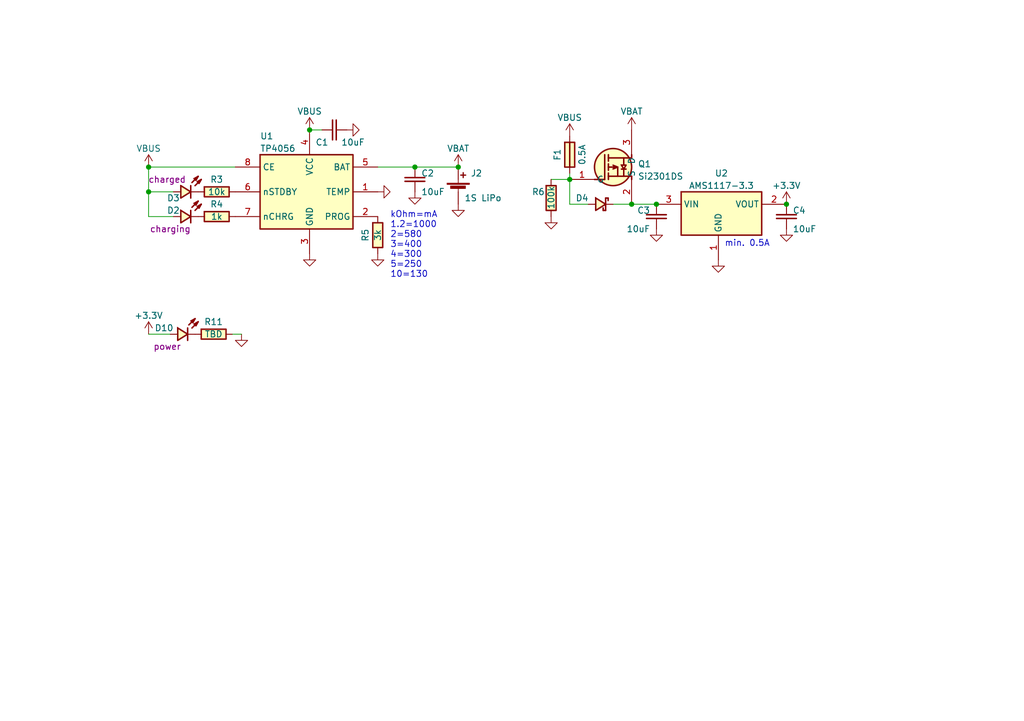
<source format=kicad_sch>
(kicad_sch (version 20230121) (generator eeschema)
  (paper "A5")
  (title_block (title "rSIM") (date "$date$") (rev "$version$.$revision$") (company "CuVoodoo") (comment 1 "King Kévin") (comment 2 "CERN-OHL-S") (comment 3 "power"))
  (lib_symbols
    (symbol "Device:Battery_Cell" (pin_numbers hide) (pin_names (offset 0) hide)
      (property "Reference" "BT" (at 2.54 2.54 0))
      (property "Value" "Battery_Cell" (at 2.54 0 0))
      (symbol "Battery_Cell_0_1"
        (rectangle (start -2.286 1.778) (end 2.286 1.524) (fill (type outline)))
        (rectangle (start -1.5748 1.1938) (end 1.4732 0.6858) (fill (type outline)))
        (polyline (pts (xy 0 0.762) (xy 0 0)))
        (polyline (pts (xy 0 1.778) (xy 0 2.54)))
        (polyline (pts (xy 0.508 3.429) (xy 1.524 3.429)) (stroke (width 0.254)))
        (polyline (pts (xy 1.016 3.937) (xy 1.016 2.921)) (stroke (width 0.254)))
      )
      (symbol "Battery_Cell_1_1"
        (pin passive line (at 0 5.08 270) (length 2.54) (name "+") (number "1"))
        (pin passive line (at 0 -2.54 90) (length 2.54) (name "-") (number "2"))
      )
    )
    (symbol "LED/LED0805_1" (pin_numbers hide) (pin_names hide)
      (property "Reference" "D" (at 0 2.032 0))
      (property "Value" "LED0805" (at 0 -2.032 0))
      (symbol "LED/LED0805_1_1_1"
        (polyline (pts (xy 1.016 1.27) (xy 1.016 -1.27)) (stroke (width 0.305)))
        (polyline (pts (xy 1.27 1.905) (xy 2.54 3.175)) (stroke (width 0.305)))
        (polyline (pts (xy 1.905 1.27) (xy 3.175 2.54)) (stroke (width 0.305)))
        (polyline (pts (xy -1.016 1.27) (xy 1.016 0) (xy -1.016 -1.27) (xy -1.016 1.27)) (stroke (width 0.305)) (fill (type background)))
        (polyline (pts (xy 1.725 2.72) (xy 2.54 3.175) (xy 2.085 2.36) (xy 1.725 2.72)) (stroke (width 0.305)) (fill (type outline)))
        (polyline (pts (xy 2.36 2.085) (xy 3.175 2.54) (xy 2.72 1.725) (xy 2.36 2.085)) (stroke (width 0.305)) (fill (type outline)))
        (pin passive line (at 2.54 0 180) (length 1.524) (name "C") (number "1"))
        (pin passive line (at -2.54 0 0) (length 1.524) (name "A") (number "2"))
      )
    )
    (symbol "VCC_1" (power) (pin_names (offset 0))
      (property "Value" "VCC_1" (at 0 3.81 0))
      (symbol "VCC_1_0_1"
        (polyline (pts (xy -0.762 1.27) (xy 0 2.54)))
        (polyline (pts (xy 0 0) (xy 0 2.54)))
        (polyline (pts (xy 0 2.54) (xy 0.762 1.27)))
      )
      (symbol "VCC_1_1_1"
        (pin power_in line (at 0 0 90) (length 0) hide (name "VBAT") (number "1"))
      )
    )
    (symbol "VCC_2" (power) (pin_names (offset 0))
      (property "Value" "VCC_2" (at 0 3.81 0))
      (symbol "VCC_2_0_1"
        (polyline (pts (xy -0.762 1.27) (xy 0 2.54)))
        (polyline (pts (xy 0 0) (xy 0 2.54)))
        (polyline (pts (xy 0 2.54) (xy 0.762 1.27)))
      )
      (symbol "VCC_2_1_1"
        (pin power_in line (at 0 0 90) (length 0) hide (name "VBUS") (number "1"))
      )
    )
    (symbol "capacitor/C0603 10uF_1" (pin_numbers hide) (pin_names hide)
      (property "Reference" "C" (at 0 2.794 0))
      (property "Value" "C0603" (at 0 -2.794 0))
      (symbol "capacitor/C0603 10uF_1_1_1"
        (polyline (pts (xy -0.381 2.032) (xy -0.381 -2.032)) (stroke (width 0.305)))
        (polyline (pts (xy 0.381 2.032) (xy 0.381 -2.032)) (stroke (width 0.305)))
        (pin passive line (at -2.54 0 0) (length 2.159) (name "L") (number "1"))
        (pin passive line (at 2.54 0 180) (length 2.159) (name "R") (number "2"))
      )
    )
    (symbol "capacitor/C0603 10uF_2" (pin_numbers hide) (pin_names hide)
      (property "Reference" "C" (at 0 2.794 0))
      (property "Value" "C0603" (at 0 -2.794 0))
      (symbol "capacitor/C0603 10uF_2_1_1"
        (polyline (pts (xy -0.381 2.032) (xy -0.381 -2.032)) (stroke (width 0.305)))
        (polyline (pts (xy 0.381 2.032) (xy 0.381 -2.032)) (stroke (width 0.305)))
        (pin passive line (at -2.54 0 0) (length 2.159) (name "L") (number "1"))
        (pin passive line (at 2.54 0 180) (length 2.159) (name "R") (number "2"))
      )
    )
    (symbol "capacitor/C0603 10uF_3" (pin_numbers hide) (pin_names hide)
      (property "Reference" "C" (at 0 2.794 0))
      (property "Value" "C0603" (at 0 -2.794 0))
      (symbol "capacitor/C0603 10uF_3_1_1"
        (polyline (pts (xy -0.381 2.032) (xy -0.381 -2.032)) (stroke (width 0.305)))
        (polyline (pts (xy 0.381 2.032) (xy 0.381 -2.032)) (stroke (width 0.305)))
        (pin passive line (at -2.54 0 0) (length 2.159) (name "L") (number "1"))
        (pin passive line (at 2.54 0 180) (length 2.159) (name "R") (number "2"))
      )
    )
    (symbol "partdb:LDO/AMS1117-3.3V"
      (property "Reference" "U" (at 8.255 0.762 0))
      (property "Value" "AMS1117" (at 8.382 -9.652 0))
      (symbol "LDO/AMS1117-3.3V_1_1"
        (rectangle (start 0 0) (end 16.51 -8.89) (stroke (width 0.305)) (fill (type background)))
        (pin power_in line (at 7.62 -13.97 90) (length 5.08) (name "GND") (number "1"))
        (pin unspecified line (at 21.59 -2.54 180) (length 5.08) (name "VOUT") (number "2"))
        (pin power_in line (at -5.08 -2.54 0) (length 5.08) (name "VIN") (number "3"))
      )
    )
    (symbol "partdb:LED/LED0805" (pin_numbers hide) (pin_names hide)
      (property "Reference" "D" (at 0 2.032 0))
      (property "Value" "LED0805" (at 0 -2.032 0))
      (symbol "LED/LED0805_1_1"
        (polyline (pts (xy 1.016 1.27) (xy 1.016 -1.27)) (stroke (width 0.305)))
        (polyline (pts (xy 1.27 1.905) (xy 2.54 3.175)) (stroke (width 0.305)))
        (polyline (pts (xy 1.905 1.27) (xy 3.175 2.54)) (stroke (width 0.305)))
        (polyline (pts (xy -1.016 1.27) (xy 1.016 0) (xy -1.016 -1.27) (xy -1.016 1.27)) (stroke (width 0.305)) (fill (type background)))
        (polyline (pts (xy 1.725 2.72) (xy 2.54 3.175) (xy 2.085 2.36) (xy 1.725 2.72)) (stroke (width 0.305)) (fill (type outline)))
        (polyline (pts (xy 2.36 2.085) (xy 3.175 2.54) (xy 2.72 1.725) (xy 2.36 2.085)) (stroke (width 0.305)) (fill (type outline)))
        (pin passive line (at 2.54 0 180) (length 1.524) (name "C") (number "1"))
        (pin passive line (at -2.54 0 0) (length 1.524) (name "A") (number "2"))
      )
    )
    (symbol "partdb:LED/SZYY0805G" (pin_numbers hide) (pin_names hide)
      (property "Reference" "D" (at 0 2.032 0))
      (property "Value" "LED0805" (at 0 -2.032 0))
      (symbol "LED/SZYY0805G_1_1"
        (polyline (pts (xy 1.016 1.27) (xy 1.016 -1.27)) (stroke (width 0.305)))
        (polyline (pts (xy 1.27 1.905) (xy 2.54 3.175)) (stroke (width 0.305)))
        (polyline (pts (xy 1.905 1.27) (xy 3.175 2.54)) (stroke (width 0.305)))
        (polyline (pts (xy -1.016 1.27) (xy 1.016 0) (xy -1.016 -1.27) (xy -1.016 1.27)) (stroke (width 0.305)) (fill (type background)))
        (polyline (pts (xy 1.725 2.72) (xy 2.54 3.175) (xy 2.085 2.36) (xy 1.725 2.72)) (stroke (width 0.305)) (fill (type outline)))
        (polyline (pts (xy 2.36 2.085) (xy 3.175 2.54) (xy 2.72 1.725) (xy 2.36 2.085)) (stroke (width 0.305)) (fill (type outline)))
        (pin passive line (at 2.54 0 180) (length 1.524) (name "C") (number "1"))
        (pin passive line (at -2.54 0 0) (length 1.524) (name "A") (number "2"))
      )
    )
    (symbol "partdb:capacitor/C0603 10uF" (pin_numbers hide) (pin_names hide)
      (property "Reference" "C" (at 0 2.794 0))
      (property "Value" "C0603" (at 0 -2.794 0))
      (symbol "capacitor/C0603 10uF_1_1"
        (polyline (pts (xy -0.381 2.032) (xy -0.381 -2.032)) (stroke (width 0.305)))
        (polyline (pts (xy 0.381 2.032) (xy 0.381 -2.032)) (stroke (width 0.305)))
        (pin passive line (at -2.54 0 0) (length 2.159) (name "L") (number "1"))
        (pin passive line (at 2.54 0 180) (length 2.159) (name "R") (number "2"))
      )
    )
    (symbol "partdb:charger/TP4056"
      (property "Reference" "U" (at 0 0.762 0))
      (property "Value" "TP4056" (at 10.922 -16.002 0))
      (symbol "charger/TP4056_1_1"
        (rectangle (start 0 0) (end 19.05 -15.24) (stroke (width 0.305)) (fill (type background)))
        (pin unspecified line (at 24.13 -7.62 180) (length 5.08) (name "TEMP") (number "1"))
        (pin unspecified line (at 24.13 -12.7 180) (length 5.08) (name "PROG") (number "2"))
        (pin unspecified line (at 10.16 -20.32 90) (length 5.08) (name "GND") (number "3"))
        (pin unspecified line (at 10.16 5.08 270) (length 5.08) (name "VCC") (number "4"))
        (pin unspecified line (at 24.13 -2.54 180) (length 5.08) (name "BAT") (number "5"))
        (pin unspecified line (at -5.08 -7.62 0) (length 5.08) (name "nSTDBY") (number "6"))
        (pin unspecified line (at -5.08 -12.7 0) (length 5.08) (name "nCHRG") (number "7"))
        (pin unspecified line (at -5.08 -2.54 0) (length 5.08) (name "CE") (number "8"))
      )
    )
    (symbol "partdb:diode/SS14F" (pin_numbers hide) (pin_names hide)
      (property "Reference" "D" (at 0 2.032 0))
      (property "Value" "SCHOTTKY" (at 0 -2.032 0))
      (symbol "diode/SS14F_1_1"
        (polyline (pts (xy 0.508 -1.27) (xy 0.508 -0.762)) (stroke (width 0.305)))
        (polyline (pts (xy 1.016 -1.27) (xy 0.508 -1.27)) (stroke (width 0.305)))
        (polyline (pts (xy 1.016 1.27) (xy 1.016 -1.27)) (stroke (width 0.305)))
        (polyline (pts (xy 1.016 1.27) (xy 1.524 1.27)) (stroke (width 0.305)))
        (polyline (pts (xy 1.524 1.27) (xy 1.524 0.762)) (stroke (width 0.305)))
        (polyline (pts (xy -1.016 1.27) (xy 1.016 0) (xy -1.016 -1.27) (xy -1.016 1.27)) (stroke (width 0.305)) (fill (type background)))
        (pin passive line (at 2.54 0 180) (length 1.524) (name "C") (number "1"))
        (pin passive line (at -2.54 0 0) (length 1.524) (name "A") (number "2"))
      )
    )
    (symbol "partdb:fuse/PPTC 0.5A" (pin_numbers hide) (pin_names hide)
      (property "Reference" "F" (at 0 1.778 0))
      (property "Value" "1206SFH" (at 0 -1.778 0))
      (symbol "fuse/PPTC 0.5A_1_1"
        (rectangle (start -2.54 1.016) (end 2.54 -1.016) (stroke (width 0.305)) (fill (type background)))
        (polyline (pts (xy -2.54 0) (xy 2.54 0)) (stroke (width 0.305)))
        (pin passive line (at -3.81 0 0) (length 1.27) (name "L") (number "1"))
        (pin passive line (at 3.81 0 180) (length 1.27) (name "R") (number "2"))
      )
    )
    (symbol "partdb:pMOS/SI2301CDS-T1-GE3"
      (property "Reference" "VT" (at 1.778 4.572 0))
      (property "Value" "Si2301DS" (at 1.778 -4.572 0))
      (symbol "pMOS/SI2301CDS-T1-GE3_1_1"
        (polyline (pts (xy -3.81 -2.54) (xy -1.715 -2.54)) (stroke (width 0.305)))
        (polyline (pts (xy -1.715 2.54) (xy -1.715 -2.54)) (stroke (width 0.305)))
        (polyline (pts (xy -0.953 -1.881) (xy 3.81 -1.881)) (stroke (width 0.305)))
        (polyline (pts (xy -0.953 -1.223) (xy -0.953 -2.54)) (stroke (width 0.305)))
        (polyline (pts (xy -0.953 0) (xy 0.953 0)) (stroke (width 0.305)))
        (polyline (pts (xy -0.953 0.659) (xy -0.953 -0.659)) (stroke (width 0.305)))
        (polyline (pts (xy -0.953 1.881) (xy 3.81 1.881)) (stroke (width 0.305)))
        (polyline (pts (xy -0.953 2.54) (xy -0.953 1.223)) (stroke (width 0.305)))
        (polyline (pts (xy 0.953 0) (xy 0.953 -1.881)) (stroke (width 0.305)))
        (polyline (pts (xy 1.715 -0.412) (xy 2.667 -0.412)) (stroke (width 0.305)))
        (polyline (pts (xy 2.191 -0.412) (xy 2.191 -1.881)) (stroke (width 0.305)))
        (polyline (pts (xy 2.191 1.881) (xy 2.191 0.412)) (stroke (width 0.305)))
        (polyline (pts (xy 3.81 -1.881) (xy 3.81 -2.54)) (stroke (width 0.305)))
        (polyline (pts (xy 3.81 1.881) (xy 3.81 2.54)) (stroke (width 0.305)))
        (polyline (pts (xy 0 0.381) (xy 0.953 0) (xy 0 -0.381)) (stroke (width 0.305)) (fill (type outline)))
        (polyline (pts (xy 1.715 0.412) (xy 2.667 0.412) (xy 2.191 -0.412) (xy 1.715 0.412)) (stroke (width 0.305)))
        (circle (center 0 0) (radius 3.81) (stroke (width 0.305)) (fill (type background)))
        (pin input line (at -8.89 -2.54 0) (length 5.08) (name "G") (number "1"))
        (pin passive line (at 3.81 -7.62 90) (length 5.08) (name "S") (number "2"))
        (pin passive line (at 3.81 7.62 270) (length 5.08) (name "D") (number "3"))
      )
    )
    (symbol "partdb:resistor/0603WAF3001T5E" (pin_numbers hide) (pin_names hide)
      (property "Reference" "R" (at 0 1.778 0))
      (property "Value" "R0603" (at 0 -1.778 0))
      (symbol "resistor/0603WAF3001T5E_1_1"
        (rectangle (start -2.54 1.016) (end 2.54 -1.016) (stroke (width 0.305)) (fill (type background)))
        (pin passive line (at -3.81 0 0) (length 1.27) (name "L") (number "1"))
        (pin passive line (at 3.81 0 180) (length 1.27) (name "R") (number "2"))
      )
    )
    (symbol "partdb:resistor/R0603 100K" (pin_numbers hide) (pin_names hide)
      (property "Reference" "R" (at 0 1.778 0))
      (property "Value" "R0603" (at 0 -1.778 0))
      (symbol "resistor/R0603 100K_1_1"
        (rectangle (start -2.54 1.016) (end 2.54 -1.016) (stroke (width 0.305)) (fill (type background)))
        (pin passive line (at -3.81 0 0) (length 1.27) (name "L") (number "1"))
        (pin passive line (at 3.81 0 180) (length 1.27) (name "R") (number "2"))
      )
    )
    (symbol "partdb:resistor/R0603 10K" (pin_numbers hide) (pin_names hide)
      (property "Reference" "R" (at 0 1.778 0))
      (property "Value" "R0603" (at 0 -1.778 0))
      (symbol "resistor/R0603 10K_1_1"
        (rectangle (start -2.54 1.016) (end 2.54 -1.016) (stroke (width 0.305)) (fill (type background)))
        (pin passive line (at -3.81 0 0) (length 1.27) (name "L") (number "1"))
        (pin passive line (at 3.81 0 180) (length 1.27) (name "R") (number "2"))
      )
    )
    (symbol "partdb:resistor/R0603 1K" (pin_numbers hide) (pin_names hide)
      (property "Reference" "R" (at 0 1.778 0))
      (property "Value" "R0603" (at 0 -1.778 0))
      (symbol "resistor/R0603 1K_1_1"
        (rectangle (start -2.54 1.016) (end 2.54 -1.016) (stroke (width 0.305)) (fill (type background)))
        (pin passive line (at -3.81 0 0) (length 1.27) (name "L") (number "1"))
        (pin passive line (at 3.81 0 180) (length 1.27) (name "R") (number "2"))
      )
    )
    (symbol "power:+3.3V" (power) (pin_names (offset 0))
      (property "Value" "+3.3V" (at 0 3.556 0))
      (symbol "+3.3V_0_1"
        (polyline (pts (xy -0.762 1.27) (xy 0 2.54)))
        (polyline (pts (xy 0 0) (xy 0 2.54)))
        (polyline (pts (xy 0 2.54) (xy 0.762 1.27)))
      )
      (symbol "+3.3V_1_1"
        (pin power_in line (at 0 0 90) (length 0) hide (name "+3.3V") (number "1"))
      )
    )
    (symbol "power:GND" (power) (pin_names (offset 0))
      (property "Value" "GND" (at 0 -3.81 0))
      (symbol "GND_0_1"
        (polyline (pts (xy 0 0) (xy 0 -1.27) (xy 1.27 -1.27) (xy 0 -2.54) (xy -1.27 -1.27) (xy 0 -1.27)))
      )
      (symbol "GND_1_1"
        (pin power_in line (at 0 0 270) (length 0) hide (name "GND") (number "1"))
      )
    )
    (symbol "resistor/R0603 1K_1" (pin_numbers hide) (pin_names hide)
      (property "Reference" "R" (at 0 1.778 0))
      (property "Value" "R0603" (at 0 -1.778 0))
      (symbol "resistor/R0603 1K_1_1_1"
        (rectangle (start -2.54 1.016) (end 2.54 -1.016) (stroke (width 0.305)) (fill (type background)))
        (pin passive line (at -3.81 0 0) (length 1.27) (name "L") (number "1"))
        (pin passive line (at 3.81 0 180) (length 1.27) (name "R") (number "2"))
      )
    )
  )
  (junction (at 134.62 41.91))
  (junction (at 30.48 34.29))
  (junction (at 129.54 41.91))
  (junction (at 85.09 34.29))
  (junction (at 30.48 39.37))
  (junction (at 93.98 34.29))
  (junction (at 116.84 36.83))
  (junction (at 161.29 41.91))
  (junction (at 63.5 26.67))
  (wire (pts (xy 30.48 68.58) (xy 34.925 68.58)))
  (wire (pts (xy 30.48 39.37) (xy 30.48 34.29)))
  (wire (pts (xy 116.84 35.56) (xy 116.84 36.83)))
  (wire (pts (xy 30.48 34.29) (xy 48.26 34.29)))
  (wire (pts (xy 125.73 41.91) (xy 129.54 41.91)))
  (wire (pts (xy 113.03 36.83) (xy 116.84 36.83)))
  (wire (pts (xy 116.84 36.83) (xy 116.84 41.91)))
  (wire (pts (xy 30.48 44.45) (xy 30.48 39.37)))
  (wire (pts (xy 129.54 41.91) (xy 134.62 41.91)))
  (wire (pts (xy 116.84 41.91) (xy 120.65 41.91)))
  (wire (pts (xy 85.09 34.29) (xy 93.98 34.29)))
  (wire (pts (xy 30.48 39.37) (xy 35.56 39.37)))
  (wire (pts (xy 77.47 34.29) (xy 85.09 34.29)))
  (wire (pts (xy 35.56 44.45) (xy 30.48 44.45)))
  (wire (pts (xy 49.53 68.58) (xy 47.625 68.58)))
  (wire (pts (xy 66.04 26.67) (xy 63.5 26.67)))
  (text "kOhm=mA\n1.2=1000\n2=580\n3=400\n4=300\n5=250\n10=130" (at 80.01 57.15 0) (effects (font (size 1.27 1.27)) (justify left bottom)))
  (text "min. 0.5A" (at 148.59 50.8 0) (effects (font (size 1.27 1.27)) (justify left bottom)))
  (symbol (lib_id "power:GND") (at 49.53 68.58 0) (unit 1)
    (property "Reference" "#PWR088" (effects hide))
    (property "Value" "GND" (effects hide))
    (instances (project "rsim" (path "" (reference "#PWR088") (unit 1)) (path "" (reference "#PWR015") (unit 1))))
  )
  (symbol (lib_id "power:GND") (at 147.32 53.34 0) (unit 1)
    (property "Reference" "#PWR021" (effects hide))
    (property "Value" "GND" (effects hide))
    (instances (project "rsim" (path "" (reference "#PWR021") (unit 1)) (path "" (reference "#PWR028") (unit 1))))
  )
  (symbol (lib_id "power:+3.3V") (at 161.29 41.91 0) (unit 1)
    (property "Reference" "#PWR023" (effects hide))
    (property "Value" "+3.3V" (at 161.29 38.1 0))
    (instances (project "rsim" (path "" (reference "#PWR023") (unit 1)) (path "" (reference "#PWR029") (unit 1))))
  )
  (symbol (lib_name "VCC_1") (lib_id "power:VCC") (at 129.54 26.67 0) (unit 1)
    (property "Reference" "#PWR04" (effects hide))
    (property "Value" "VBAT" (at 129.54 22.86 0))
    (instances (project "rsim" (path "" (reference "#PWR04") (unit 1)) (path "" (reference "#PWR026") (unit 1))))
  )
  (symbol (lib_id "partdb:LED/LED0805") (at 37.465 68.58 0) (unit 1)
    (property "Reference" "D10" (at 33.655 67.31 0))
    (property "Value" "RED" (effects hide))
    (property "Footprint" "qeda:UPC2012X80N" (effects hide))
    (property "Datasheet" "diode, LED, chip, 2.0x1.2 mm" (effects hide))
    (property "qeda_part" "diode/led0805" (effects hide))
    (property "JLCPCB_CORRECTION" "0;0;-90" (effects hide))
    (property "name" "power" (at 34.29 71.12 0))
    (property "Description" "LED 0805" (effects hide))
    (instances (project "rsim" (path "" (reference "D10") (unit 1)) (path "" (reference "D3") (unit 1))))
  )
  (symbol (lib_id "partdb:LED/SZYY0805G") (at 38.1 39.37 0) (unit 1)
    (property "Reference" "D3" (at 35.56 40.64 0))
    (property "Value" "GREEN" (effects hide))
    (property "Footprint" "qeda:UPC2012X80N" (effects hide))
    (property "Datasheet" "diode, LED, chip, 2.0x1.2 mm" (effects hide))
    (property "qeda_part" "diode/led0805" (effects hide))
    (property "JLCPCB_CORRECTION" "0;0;-90" (effects hide))
    (property "name" "charged" (at 34.29 36.83 0))
    (property "Description" "LED green 0805" (effects hide))
    (property "LCSC" "C434432" (effects hide))
    (instances (project "rsim" (path "" (reference "D3") (unit 1)) (path "" (reference "D4") (unit 1))))
  )
  (symbol (lib_id "power:GND") (at 134.62 46.99 0) (unit 1)
    (property "Reference" "#PWR022" (effects hide))
    (property "Value" "GND" (effects hide))
    (instances (project "rsim" (path "" (reference "#PWR022") (unit 1)) (path "" (reference "#PWR027") (unit 1))))
  )
  (symbol (lib_name "resistor/R0603 1K_1") (lib_id "partdb:resistor/R0603 1K") (at 43.815 68.58 0) (unit 1)
    (property "Reference" "R11" (at 43.815 66.04 0))
    (property "Value" "TBD" (at 43.815 68.58 0))
    (property "Footprint" "qeda:UC1608X55N" (effects hide))
    (property "Datasheet" "resistor, chip, 1.6x0.8 mm" (effects hide))
    (property "qeda_part" "resistor/r0603" (effects hide))
    (property "JLCPCB_CORRECTION" "0;0;-90" (effects hide))
    (property "Description" "1K ±5%" (effects hide))
    (property "name" "resistor, chip, 1.6x0.8 mm" (effects hide))
    (property "LCSC" "C25585" (effects hide))
    (instances (project "rsim" (path "" (reference "R11") (unit 1)) (path "" (reference "R3") (unit 1))))
  )
  (symbol (lib_name "VCC_1") (lib_id "power:VCC") (at 93.98 34.29 0) (unit 1)
    (property "Reference" "#PWR04" (effects hide))
    (property "Value" "VBAT" (at 93.98 30.48 0))
    (instances (project "rsim" (path "" (reference "#PWR04") (unit 1)) (path "" (reference "#PWR022") (unit 1))))
  )
  (symbol (lib_id "partdb:pMOS/SI2301CDS-T1-GE3") (at 125.73 34.29 0) (unit 1)
    (property "Reference" "Q1" (at 130.81 33.655 0) (effects (justify left)))
    (property "Value" "Si2301DS" (at 130.81 36.195 0) (effects (justify left)))
    (property "Footprint" "qeda:SOT95P237X112-3N" (effects hide))
    (property "Datasheet" "https://datasheet.lcsc.com/lcsc/1808272021_Vishay-Intertech-SI2301CDS-T1-GE3_C10487.pdf" (effects hide))
    (property "qeda_part" "transistor/pmos_si2301ds" (effects hide))
    (property "Description" "MOSFER p-channet 20V 3.1A" (effects hide))
    (property "LCSC" "C10487" (effects hide))
    (property "JLCPCB" "C10487" (effects hide))
  )
  (symbol (lib_name "LED/LED0805_1") (lib_id "partdb:LED/LED0805") (at 38.1 44.45 0) (unit 1)
    (property "Reference" "D2" (at 35.56 43.18 0))
    (property "Value" "RED" (effects hide))
    (property "Footprint" "qeda:UPC2012X80N" (effects hide))
    (property "Datasheet" "diode, LED, chip, 2.0x1.2 mm" (effects hide))
    (property "qeda_part" "diode/led0805" (effects hide))
    (property "JLCPCB_CORRECTION" "0;0;-90" (effects hide))
    (property "name" "charging" (at 34.925 46.99 0))
    (property "Description" "LED 0805" (effects hide))
    (instances (project "rsim" (path "" (reference "D2") (unit 1)) (path "" (reference "D5") (unit 1))))
  )
  (symbol (lib_id "partdb:capacitor/C0603 10uF") (at 68.58 26.67 180) (unit 1)
    (property "Reference" "C1" (at 66.04 29.21 0))
    (property "Value" "10uF" (at 72.39 29.21 0))
    (property "Footprint" "qeda:CAPC1608X92N" (effects hide))
    (property "Datasheet" "Chip capacitor 1.6x0.8 mm" (effects hide))
    (property "qeda_part" "capacitor/c0603" (effects hide))
    (property "JLCPCB_CORRECTION" "0;0;-90" (effects hide))
    (property "Description" "10V X5R 20%" (effects hide))
    (property "LCSC" "C85713" (effects hide))
    (property "JLCPCB" "C19702" (effects hide))
  )
  (symbol (lib_id "partdb:diode/SS14F") (at 123.19 41.91 0) (unit 1)
    (property "Reference" "D4" (at 119.38 40.64 0))
    (property "Value" "SS14F" (effects hide))
    (property "Footprint" "qeda:SOD3616X130N" (effects hide))
    (property "Datasheet" "diode, schottky, SS14F" (effects hide))
    (property "qeda_part" "diode/schottky" (effects hide))
    (property "qeda_variant" "sod123" (effects hide))
    (property "Description" "schottky 40V 1A" (effects hide))
    (property "LCSC" "C110213" (effects hide))
    (instances (project "rsim" (path "" (reference "D4") (unit 1)) (path "" (reference "D6") (unit 1))))
  )
  (symbol (lib_id "partdb:resistor/R0603 100K") (at 113.03 40.64 270) (mirror x) (unit 1)
    (property "Reference" "R6" (at 111.76 39.37 90) (effects (justify right)))
    (property "Value" "100k" (at 113.03 38.1 0) (effects (justify right)))
    (property "Footprint" "qeda:UC1608X55N" (effects hide))
    (property "Datasheet" "resistor, chip, 1.6x0.8 mm" (effects hide))
    (property "qeda_part" "resistor/r0603" (effects hide))
    (property "JLCPCB_CORRECTION" "0;0;-90" (effects hide))
    (property "Description" "100K ±5%" (effects hide))
    (property "name" "resistor, chip, 1.6x0.8 mm" (effects hide))
    (property "LCSC" "C15458" (effects hide))
    (instances (project "rsim" (path "" (reference "R6") (unit 1)) (path "" (reference "R7") (unit 1))))
  )
  (symbol (lib_id "power:GND") (at 93.98 41.91 0) (unit 1)
    (property "Reference" "#PWR09" (effects hide))
    (property "Value" "GND" (effects hide))
    (instances (project "rsim" (path "" (reference "#PWR09") (unit 1)) (path "" (reference "#PWR023") (unit 1))))
  )
  (symbol (lib_id "power:GND") (at 85.09 39.37 0) (unit 1)
    (property "Reference" "#PWR08" (effects hide))
    (property "Value" "GND" (effects hide))
    (instances (project "rsim" (path "" (reference "#PWR08") (unit 1)) (path "" (reference "#PWR021") (unit 1))))
  )
  (symbol (lib_name "capacitor/C0603 10uF_3") (lib_id "partdb:capacitor/C0603 10uF") (at 85.09 36.83 270) (mirror x) (unit 1)
    (property "Reference" "C2" (at 86.36 35.56 90) (effects (justify left)))
    (property "Value" "10uF" (at 86.36 39.37 90) (effects (justify left)))
    (property "Footprint" "qeda:CAPC1608X92N" (effects hide))
    (property "Datasheet" "Chip capacitor 1.6x0.8 mm" (effects hide))
    (property "qeda_part" "capacitor/c0603" (effects hide))
    (property "JLCPCB_CORRECTION" "0;0;-90" (effects hide))
    (property "Description" "10V X5R 20%" (effects hide))
    (property "LCSC" "C85713" (effects hide))
    (property "JLCPCB" "C19702" (effects hide))
  )
  (symbol (lib_name "VCC_2") (lib_id "power:VCC") (at 30.48 34.29 0) (unit 1)
    (property "Reference" "#PWR012" (effects hide))
    (property "Value" "VBUS" (at 30.48 30.48 0))
    (instances (project "rsim" (path "" (reference "#PWR012") (unit 1)) (path "" (reference "#PWR012") (unit 1)) (path "" (reference "#PWR013") (unit 1))))
  )
  (symbol (lib_id "power:GND") (at 113.03 44.45 0) (unit 1)
    (property "Reference" "#PWR024" (effects hide))
    (property "Value" "GND" (effects hide))
  )
  (symbol (lib_id "Device:Battery_Cell") (at 93.98 39.37 0) (unit 1)
    (property "Reference" "J2" (at 96.52 35.56 0) (effects (justify left)))
    (property "Value" "1S LiPo" (at 95.25 40.64 0) (effects (justify left)))
    (property "Footprint" "Connector_JST:JST_PH_S2B-PH-K_1x02_P2.00mm_Horizontal" (effects hide))
    (instances (project "rsim" (path "" (reference "J2") (unit 1)) (path "" (reference "J4") (unit 1))))
  )
  (symbol (lib_name "capacitor/C0603 10uF_1") (lib_id "partdb:capacitor/C0603 10uF") (at 134.62 44.45 90) (unit 1)
    (property "Reference" "C3" (at 133.35 43.18 90) (effects (justify left)))
    (property "Value" "10uF" (at 133.35 46.99 90) (effects (justify left)))
    (property "Footprint" "qeda:CAPC1608X92N" (effects hide))
    (property "Datasheet" "Chip capacitor 1.6x0.8 mm" (effects hide))
    (property "qeda_part" "capacitor/c0603" (effects hide))
    (property "JLCPCB_CORRECTION" "0;0;-90" (effects hide))
    (property "Description" "10V X5R 20%" (effects hide))
    (property "LCSC" "C85713" (effects hide))
    (property "JLCPCB" "C19702" (effects hide))
  )
  (symbol (lib_id "partdb:resistor/0603WAF3001T5E") (at 77.47 48.26 90) (unit 1)
    (property "Reference" "R5" (at 74.93 48.26 0))
    (property "Value" "3k" (at 77.47 48.26 0))
    (property "Footprint" "qeda:UC1608X55N" (effects hide))
    (property "Datasheet" "https://datasheet.lcsc.com/lcsc/2206010230_UNI-ROYAL-Uniroyal-Elec-0603WAF3001T5E_C4211.pdf" (effects hide))
    (property "qeda_part" "resistor/r0603" (effects hide))
    (property "JLCPCB_CORRECTION" "0;0;-90" (effects hide))
    (property "Description" "R0603 3k 1%" (effects hide))
    (property "name" "resistor, chip, 1.6x0.8 mm" (effects hide))
    (property "LCSC" "C4211" (effects hide))
    (instances (project "rsim" (path "" (reference "R5") (unit 1)) (path "" (reference "R6") (unit 1))))
  )
  (symbol (lib_name "capacitor/C0603 10uF_2") (lib_id "partdb:capacitor/C0603 10uF") (at 161.29 44.45 270) (mirror x) (unit 1)
    (property "Reference" "C4" (at 162.56 43.18 90) (effects (justify left)))
    (property "Value" "10uF" (at 162.56 46.99 90) (effects (justify left)))
    (property "Footprint" "qeda:CAPC1608X92N" (effects hide))
    (property "Datasheet" "Chip capacitor 1.6x0.8 mm" (effects hide))
    (property "qeda_part" "capacitor/c0603" (effects hide))
    (property "JLCPCB_CORRECTION" "0;0;-90" (effects hide))
    (property "Description" "10V X5R 20%" (effects hide))
    (property "LCSC" "C85713" (effects hide))
    (property "JLCPCB" "C19702" (effects hide))
  )
  (symbol (lib_id "partdb:LDO/AMS1117-3.3V") (at 139.7 39.37 0) (unit 1)
    (property "Reference" "U2" (at 147.955 35.56 0))
    (property "Value" "AMS1117-3.3" (at 147.955 38.1 0))
    (property "Footprint" "qeda:VREG_AMS1117" (effects hide))
    (property "Datasheet" "low drop out voltage regulator" (effects hide))
    (property "qeda_part" "vreg/ldo_ams1117" (effects hide))
    (property "qeda_variant" "sot223" (effects hide))
    (property "Description" "LDO 3.3V 0.8A" (effects hide))
  )
  (symbol (lib_name "VCC_2") (lib_id "power:VCC") (at 63.5 26.67 0) (unit 1)
    (property "Reference" "#PWR012" (effects hide))
    (property "Value" "VBUS" (at 63.5 22.86 0))
    (instances (project "rsim" (path "" (reference "#PWR012") (unit 1)) (path "" (reference "#PWR012") (unit 1)) (path "" (reference "#PWR016") (unit 1))))
  )
  (symbol (lib_id "partdb:resistor/R0603 1K") (at 44.45 44.45 0) (unit 1)
    (property "Reference" "R4" (at 44.45 41.91 0))
    (property "Value" "1k" (at 44.45 44.45 0))
    (property "Footprint" "qeda:UC1608X55N" (effects hide))
    (property "Datasheet" "resistor, chip, 1.6x0.8 mm" (effects hide))
    (property "qeda_part" "resistor/r0603" (effects hide))
    (property "JLCPCB_CORRECTION" "0;0;-90" (effects hide))
    (property "Description" "1K ±5%" (effects hide))
    (property "name" "resistor, chip, 1.6x0.8 mm" (effects hide))
    (property "LCSC" "C25585" (effects hide))
    (instances (project "rsim" (path "" (reference "R4") (unit 1)) (path "" (reference "R5") (unit 1))))
  )
  (symbol (lib_id "power:+3.3V") (at 30.48 68.58 0) (unit 1)
    (property "Reference" "#PWR087" (effects hide))
    (property "Value" "+3.3V" (at 30.48 64.77 0))
    (instances (project "rsim" (path "" (reference "#PWR087") (unit 1)) (path "" (reference "#PWR014") (unit 1))))
  )
  (symbol (lib_id "power:GND") (at 77.47 39.37 90) (unit 1)
    (property "Reference" "#PWR06" (effects hide))
    (property "Value" "GND" (effects hide))
    (instances (project "rsim" (path "" (reference "#PWR06") (unit 1)) (path "" (reference "#PWR019") (unit 1))))
  )
  (symbol (lib_id "power:GND") (at 161.29 46.99 0) (unit 1)
    (property "Reference" "#PWR020" (effects hide))
    (property "Value" "GND" (effects hide))
    (instances (project "rsim" (path "" (reference "#PWR020") (unit 1)) (path "" (reference "#PWR030") (unit 1))))
  )
  (symbol (lib_id "power:GND") (at 71.12 26.67 90) (unit 1)
    (property "Reference" "#PWR010" (effects hide))
    (property "Value" "GND" (effects hide))
    (instances (project "rsim" (path "" (reference "#PWR010") (unit 1)) (path "" (reference "#PWR018") (unit 1))))
  )
  (symbol (lib_id "power:GND") (at 63.5 52.07 0) (unit 1)
    (property "Reference" "#PWR01" (effects hide))
    (property "Value" "GND" (effects hide))
    (instances (project "rsim" (path "" (reference "#PWR01") (unit 1)) (path "" (reference "#PWR017") (unit 1))))
  )
  (symbol (lib_id "power:GND") (at 77.47 52.07 0) (unit 1)
    (property "Reference" "#PWR07" (effects hide))
    (property "Value" "GND" (effects hide))
    (instances (project "rsim" (path "" (reference "#PWR07") (unit 1)) (path "" (reference "#PWR020") (unit 1))))
  )
  (symbol (lib_name "VCC_2") (lib_id "power:VCC") (at 116.84 27.94 0) (unit 1)
    (property "Reference" "#PWR012" (effects hide))
    (property "Value" "VBUS" (at 116.84 24.13 0))
    (instances (project "rsim" (path "" (reference "#PWR012") (unit 1)) (path "" (reference "#PWR012") (unit 1)) (path "" (reference "#PWR025") (unit 1))))
  )
  (symbol (lib_id "partdb:fuse/PPTC 0.5A") (at 116.84 31.75 90) (unit 1)
    (property "Reference" "F1" (at 114.3 31.75 0))
    (property "Value" "0.5A" (at 119.38 31.75 0))
    (property "Footprint" "qeda:FUSC3215X117N" (effects hide))
    (property "Datasheet" "1206 (3216mm) High-Current-Rated Chip Fuse" (effects hide))
    (property "qeda_part" "vreg/fuse_1206sfh" (effects hide))
    (property "Description" "resettable fuse" (effects hide))
  )
  (symbol (lib_id "partdb:charger/TP4056") (at 53.34 31.75 0) (unit 1)
    (property "Reference" "U1" (at 53.34 27.94 0) (effects (justify left)))
    (property "Value" "TP4056" (at 53.34 30.48 0) (effects (justify left)))
    (property "Footprint" "qeda:SOP127P600X175-9N" (effects hide))
    (property "Datasheet" "https://datasheet.lcsc.com/szlcsc/1910111742_TPOWER-TP4056_C382139.pdf" (effects hide))
    (property "qeda_part" "vreg/lipo-charger_tpower_tp4056" (effects hide))
    (property "Description" "LiPo charger 1A" (effects hide))
    (property "LCSC" "C382139" (effects hide))
  )
  (symbol (lib_id "partdb:resistor/R0603 10K") (at 44.45 39.37 0) (unit 1)
    (property "Reference" "R3" (at 44.45 36.83 0))
    (property "Value" "10k" (at 44.45 39.37 0))
    (property "Footprint" "qeda:UC1608X55N" (effects hide))
    (property "Datasheet" "resistor, chip, 1.6x0.8 mm" (effects hide))
    (property "qeda_part" "resistor/r0603" (effects hide))
    (property "JLCPCB_CORRECTION" "0;0;-90" (effects hide))
    (property "Description" "10K ±5%" (effects hide))
    (property "name" "resistor, chip, 1.6x0.8 mm" (effects hide))
    (property "LCSC" "C15401" (effects hide))
    (instances (project "rsim" (path "" (reference "R3") (unit 1)) (path "" (reference "R4") (unit 1))))
  )
)
</source>
